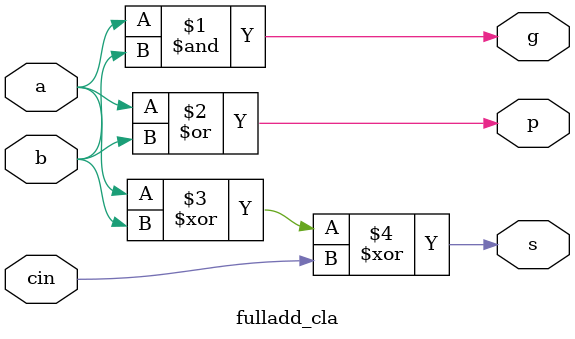
<source format=v>
module fulladd_cla(a, b, cin, g, p, s);

input a, b, cin;
output s, g, p;

assign g = a&b;
assign p = a|b;
assign s = a^b^cin;

endmodule

</source>
